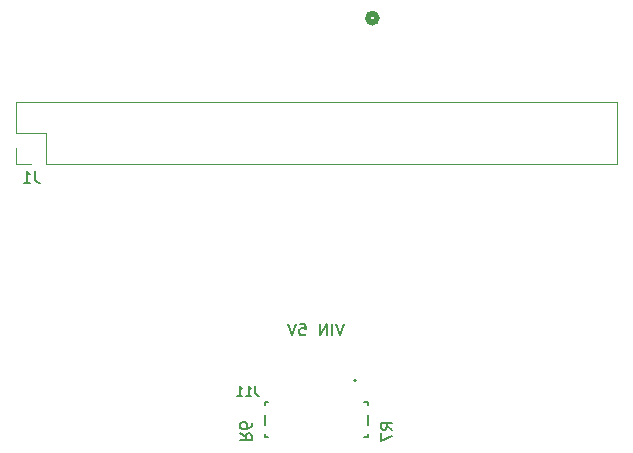
<source format=gbo>
%TF.GenerationSoftware,KiCad,Pcbnew,9.0.2*%
%TF.CreationDate,2025-09-25T15:38:43-05:00*%
%TF.ProjectId,dreamV1_0,64726561-6d56-4315-9f30-2e6b69636164,1*%
%TF.SameCoordinates,Original*%
%TF.FileFunction,Legend,Bot*%
%TF.FilePolarity,Positive*%
%FSLAX46Y46*%
G04 Gerber Fmt 4.6, Leading zero omitted, Abs format (unit mm)*
G04 Created by KiCad (PCBNEW 9.0.2) date 2025-09-25 15:38:43*
%MOMM*%
%LPD*%
G01*
G04 APERTURE LIST*
%ADD10C,0.150000*%
%ADD11C,0.508000*%
%ADD12C,0.120000*%
%ADD13C,0.127000*%
%ADD14C,0.200000*%
G04 APERTURE END LIST*
D10*
X92380951Y-91869819D02*
X92047618Y-92869819D01*
X92047618Y-92869819D02*
X91714285Y-91869819D01*
X91380951Y-92869819D02*
X91380951Y-91869819D01*
X90904761Y-92869819D02*
X90904761Y-91869819D01*
X90904761Y-91869819D02*
X90333333Y-92869819D01*
X90333333Y-92869819D02*
X90333333Y-91869819D01*
X88619047Y-91869819D02*
X89095237Y-91869819D01*
X89095237Y-91869819D02*
X89142856Y-92346009D01*
X89142856Y-92346009D02*
X89095237Y-92298390D01*
X89095237Y-92298390D02*
X88999999Y-92250771D01*
X88999999Y-92250771D02*
X88761904Y-92250771D01*
X88761904Y-92250771D02*
X88666666Y-92298390D01*
X88666666Y-92298390D02*
X88619047Y-92346009D01*
X88619047Y-92346009D02*
X88571428Y-92441247D01*
X88571428Y-92441247D02*
X88571428Y-92679342D01*
X88571428Y-92679342D02*
X88619047Y-92774580D01*
X88619047Y-92774580D02*
X88666666Y-92822200D01*
X88666666Y-92822200D02*
X88761904Y-92869819D01*
X88761904Y-92869819D02*
X88999999Y-92869819D01*
X88999999Y-92869819D02*
X89095237Y-92822200D01*
X89095237Y-92822200D02*
X89142856Y-92774580D01*
X88285713Y-91869819D02*
X87952380Y-92869819D01*
X87952380Y-92869819D02*
X87619047Y-91869819D01*
X66233333Y-78954819D02*
X66233333Y-79669104D01*
X66233333Y-79669104D02*
X66280952Y-79811961D01*
X66280952Y-79811961D02*
X66376190Y-79907200D01*
X66376190Y-79907200D02*
X66519047Y-79954819D01*
X66519047Y-79954819D02*
X66614285Y-79954819D01*
X65233333Y-79954819D02*
X65804761Y-79954819D01*
X65519047Y-79954819D02*
X65519047Y-78954819D01*
X65519047Y-78954819D02*
X65614285Y-79097676D01*
X65614285Y-79097676D02*
X65709523Y-79192914D01*
X65709523Y-79192914D02*
X65804761Y-79240533D01*
X96454819Y-100833333D02*
X95978628Y-100500000D01*
X96454819Y-100261905D02*
X95454819Y-100261905D01*
X95454819Y-100261905D02*
X95454819Y-100642857D01*
X95454819Y-100642857D02*
X95502438Y-100738095D01*
X95502438Y-100738095D02*
X95550057Y-100785714D01*
X95550057Y-100785714D02*
X95645295Y-100833333D01*
X95645295Y-100833333D02*
X95788152Y-100833333D01*
X95788152Y-100833333D02*
X95883390Y-100785714D01*
X95883390Y-100785714D02*
X95931009Y-100738095D01*
X95931009Y-100738095D02*
X95978628Y-100642857D01*
X95978628Y-100642857D02*
X95978628Y-100261905D01*
X95454819Y-101166667D02*
X95454819Y-101833333D01*
X95454819Y-101833333D02*
X96454819Y-101404762D01*
X83545180Y-101166666D02*
X84021371Y-101499999D01*
X83545180Y-101738094D02*
X84545180Y-101738094D01*
X84545180Y-101738094D02*
X84545180Y-101357142D01*
X84545180Y-101357142D02*
X84497561Y-101261904D01*
X84497561Y-101261904D02*
X84449942Y-101214285D01*
X84449942Y-101214285D02*
X84354704Y-101166666D01*
X84354704Y-101166666D02*
X84211847Y-101166666D01*
X84211847Y-101166666D02*
X84116609Y-101214285D01*
X84116609Y-101214285D02*
X84068990Y-101261904D01*
X84068990Y-101261904D02*
X84021371Y-101357142D01*
X84021371Y-101357142D02*
X84021371Y-101738094D01*
X84545180Y-100309523D02*
X84545180Y-100499999D01*
X84545180Y-100499999D02*
X84497561Y-100595237D01*
X84497561Y-100595237D02*
X84449942Y-100642856D01*
X84449942Y-100642856D02*
X84307085Y-100738094D01*
X84307085Y-100738094D02*
X84116609Y-100785713D01*
X84116609Y-100785713D02*
X83735657Y-100785713D01*
X83735657Y-100785713D02*
X83640419Y-100738094D01*
X83640419Y-100738094D02*
X83592800Y-100690475D01*
X83592800Y-100690475D02*
X83545180Y-100595237D01*
X83545180Y-100595237D02*
X83545180Y-100404761D01*
X83545180Y-100404761D02*
X83592800Y-100309523D01*
X83592800Y-100309523D02*
X83640419Y-100261904D01*
X83640419Y-100261904D02*
X83735657Y-100214285D01*
X83735657Y-100214285D02*
X83973752Y-100214285D01*
X83973752Y-100214285D02*
X84068990Y-100261904D01*
X84068990Y-100261904D02*
X84116609Y-100309523D01*
X84116609Y-100309523D02*
X84164228Y-100404761D01*
X84164228Y-100404761D02*
X84164228Y-100595237D01*
X84164228Y-100595237D02*
X84116609Y-100690475D01*
X84116609Y-100690475D02*
X84068990Y-100738094D01*
X84068990Y-100738094D02*
X83973752Y-100785713D01*
X84847619Y-97162295D02*
X84847619Y-97733723D01*
X84847619Y-97733723D02*
X84885714Y-97848009D01*
X84885714Y-97848009D02*
X84961905Y-97924200D01*
X84961905Y-97924200D02*
X85076190Y-97962295D01*
X85076190Y-97962295D02*
X85152381Y-97962295D01*
X84047619Y-97962295D02*
X84504762Y-97962295D01*
X84276190Y-97962295D02*
X84276190Y-97162295D01*
X84276190Y-97162295D02*
X84352381Y-97276580D01*
X84352381Y-97276580D02*
X84428571Y-97352771D01*
X84428571Y-97352771D02*
X84504762Y-97390866D01*
X83285714Y-97962295D02*
X83742857Y-97962295D01*
X83514285Y-97962295D02*
X83514285Y-97162295D01*
X83514285Y-97162295D02*
X83590476Y-97276580D01*
X83590476Y-97276580D02*
X83666666Y-97352771D01*
X83666666Y-97352771D02*
X83742857Y-97390866D01*
D11*
%TO.C,J7*%
X95143500Y-66000000D02*
G75*
G02*
X94381500Y-66000000I-381000J0D01*
G01*
X94381500Y-66000000D02*
G75*
G02*
X95143500Y-66000000I381000J0D01*
G01*
D12*
%TO.C,J1*%
X64570000Y-73130000D02*
X64570000Y-75730000D01*
X64570000Y-73130000D02*
X115490000Y-73130000D01*
X64570000Y-75730000D02*
X67170000Y-75730000D01*
X64570000Y-77000000D02*
X64570000Y-78330000D01*
X64570000Y-78330000D02*
X65900000Y-78330000D01*
X67170000Y-75730000D02*
X67170000Y-78330000D01*
X67170000Y-78330000D02*
X115490000Y-78330000D01*
X115490000Y-73130000D02*
X115490000Y-78330000D01*
D13*
%TO.C,J11*%
X85630000Y-98520000D02*
X85910000Y-98520000D01*
X85630000Y-98750000D02*
X85630000Y-98520000D01*
X85630000Y-100410000D02*
X85630000Y-99590000D01*
X85630000Y-101250000D02*
X85630000Y-101480000D01*
X85630000Y-101480000D02*
X85910000Y-101480000D01*
X94090000Y-98520000D02*
X94370000Y-98520000D01*
X94370000Y-98520000D02*
X94370000Y-98750000D01*
X94370000Y-99590000D02*
X94370000Y-100410000D01*
X94370000Y-101250000D02*
X94370000Y-101480000D01*
X94370000Y-101480000D02*
X94090000Y-101480000D01*
D14*
X93400000Y-96700000D02*
G75*
G02*
X93200000Y-96700000I-100000J0D01*
G01*
X93200000Y-96700000D02*
G75*
G02*
X93400000Y-96700000I100000J0D01*
G01*
%TD*%
M02*

</source>
